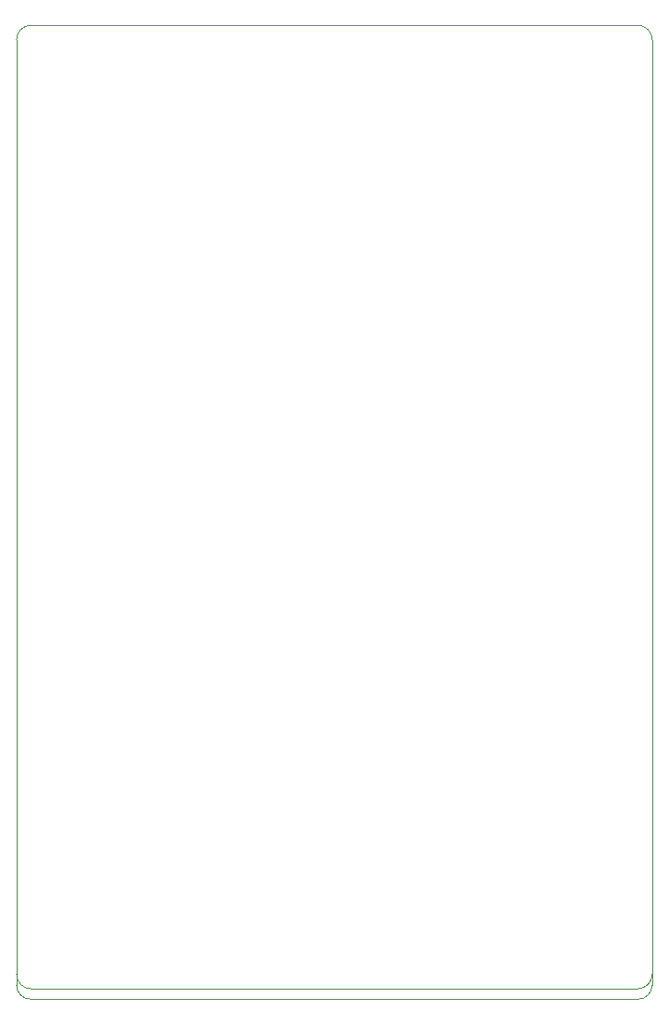
<source format=gm1>
G04*
G04 #@! TF.GenerationSoftware,Altium Limited,Altium Designer,21.0.9 (235)*
G04*
G04 Layer_Color=16711935*
%FSLAX25Y25*%
%MOIN*%
G70*
G04*
G04 #@! TF.SameCoordinates,33DCC083-78A4-4658-BA73-3189C6140954*
G04*
G04*
G04 #@! TF.FilePolarity,Positive*
G04*
G01*
G75*
%ADD13C,0.00394*%
D13*
X223369Y-3685D02*
G03*
X228369Y1315I0J5000D01*
G01*
X31D02*
G03*
X5031Y-3685I5000J0D01*
G01*
X228400Y340700D02*
G03*
X223100Y346000I-5300J0D01*
G01*
X5300Y346000D02*
G03*
X-0Y340700I0J-5300D01*
G01*
X223100Y0D02*
G03*
X228400Y5300I0J5300D01*
G01*
X-0D02*
G03*
X5300Y0I5300J0D01*
G01*
X228369Y1315D02*
X228377Y49000D01*
X5031Y-3685D02*
X223369D01*
X31Y1315D02*
X39Y49000D01*
X-0Y7700D02*
X0D01*
X228400Y340700D02*
X228400Y5300D01*
X139200Y346000D02*
X223100D01*
X-0Y340700D02*
X-0Y5300D01*
X5300Y346000D02*
X139200Y346000D01*
X5300Y0D02*
X223100D01*
M02*

</source>
